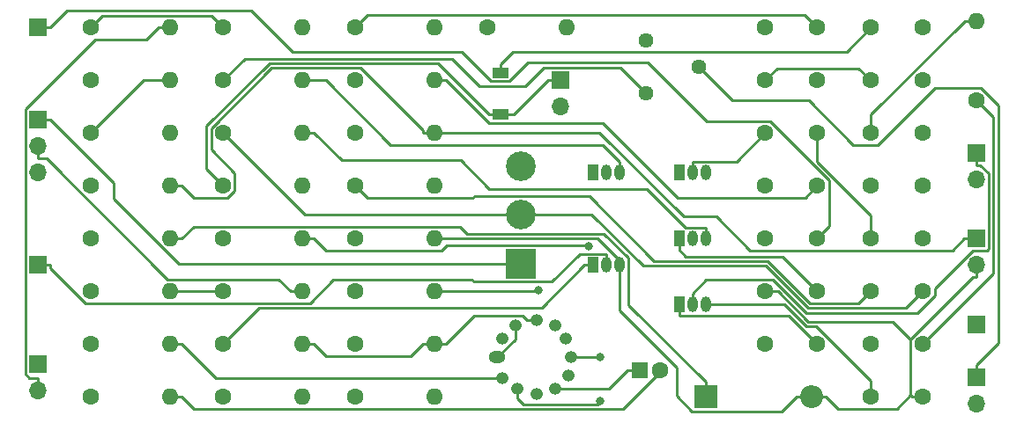
<source format=gbr>
G04 #@! TF.GenerationSoftware,KiCad,Pcbnew,(5.1.5)-3*
G04 #@! TF.CreationDate,2020-01-27T19:36:50-05:00*
G04 #@! TF.ProjectId,output,6f757470-7574-42e6-9b69-6361645f7063,v01*
G04 #@! TF.SameCoordinates,Original*
G04 #@! TF.FileFunction,Copper,L1,Top*
G04 #@! TF.FilePolarity,Positive*
%FSLAX46Y46*%
G04 Gerber Fmt 4.6, Leading zero omitted, Abs format (unit mm)*
G04 Created by KiCad (PCBNEW (5.1.5)-3) date 2020-01-27 19:36:50*
%MOMM*%
%LPD*%
G04 APERTURE LIST*
%ADD10C,1.600000*%
%ADD11R,1.500000X1.000000*%
%ADD12R,1.600000X1.600000*%
%ADD13R,1.700000X1.700000*%
%ADD14O,1.700000X1.700000*%
%ADD15R,2.200000X2.200000*%
%ADD16O,2.200000X2.200000*%
%ADD17O,1.600000X1.600000*%
%ADD18R,1.000000X1.500000*%
%ADD19O,1.000000X1.500000*%
%ADD20C,1.440000*%
%ADD21R,2.850000X2.850000*%
%ADD22C,2.850000*%
%ADD23O,1.600000X1.200000*%
%ADD24O,1.200000X1.200000*%
%ADD25C,0.800000*%
%ADD26C,0.250000*%
G04 APERTURE END LIST*
D10*
X114855000Y-140335000D03*
X109855000Y-140335000D03*
X109855000Y-125095000D03*
X114855000Y-125095000D03*
X125015000Y-130175000D03*
X120015000Y-130175000D03*
X109855000Y-130175000D03*
X114855000Y-130175000D03*
D11*
X84455000Y-128365000D03*
X84455000Y-124365000D03*
D10*
X125015000Y-150495000D03*
X120015000Y-150495000D03*
X120015000Y-120015000D03*
X125015000Y-120015000D03*
X109855000Y-145415000D03*
X114855000Y-145415000D03*
X125015000Y-145415000D03*
X120015000Y-145415000D03*
X120015000Y-140335000D03*
X125015000Y-140335000D03*
X120015000Y-155575000D03*
X125015000Y-155575000D03*
X125015000Y-125095000D03*
X120015000Y-125095000D03*
X120015000Y-135255000D03*
X125015000Y-135255000D03*
X114855000Y-135255000D03*
X109855000Y-135255000D03*
X109855000Y-120015000D03*
X114855000Y-120015000D03*
X114855000Y-150495000D03*
X109855000Y-150495000D03*
D12*
X97790000Y-153035000D03*
D10*
X99790000Y-153035000D03*
D13*
X90170000Y-125095000D03*
D14*
X90170000Y-127635000D03*
D15*
X104140000Y-155575000D03*
D16*
X114300000Y-155575000D03*
D13*
X40005000Y-128905000D03*
D14*
X40005000Y-131445000D03*
X40005000Y-133985000D03*
D13*
X40005000Y-142875000D03*
X40005000Y-120015000D03*
D14*
X130175000Y-156210000D03*
D13*
X130175000Y-153670000D03*
X40005000Y-152400000D03*
D14*
X40005000Y-154940000D03*
D13*
X130175000Y-148590000D03*
D14*
X130175000Y-142875000D03*
D13*
X130175000Y-140335000D03*
D17*
X130175000Y-119380000D03*
D10*
X130175000Y-127000000D03*
D13*
X130175000Y-132080000D03*
D14*
X130175000Y-134620000D03*
D18*
X101600000Y-133985000D03*
D19*
X104140000Y-133985000D03*
X102870000Y-133985000D03*
D18*
X93345000Y-133985000D03*
D19*
X95885000Y-133985000D03*
X94615000Y-133985000D03*
X102870000Y-140335000D03*
X104140000Y-140335000D03*
D18*
X101600000Y-140335000D03*
D19*
X94615000Y-142875000D03*
X95885000Y-142875000D03*
D18*
X93345000Y-142875000D03*
D19*
X102870000Y-146685000D03*
X104140000Y-146685000D03*
D18*
X101600000Y-146685000D03*
D10*
X83185000Y-120015000D03*
D17*
X90805000Y-120015000D03*
X65405000Y-135255000D03*
D10*
X57785000Y-135255000D03*
X70485000Y-155575000D03*
D17*
X78105000Y-155575000D03*
X65405000Y-140335000D03*
D10*
X57785000Y-140335000D03*
D17*
X78105000Y-150495000D03*
D10*
X70485000Y-150495000D03*
X70485000Y-145415000D03*
D17*
X78105000Y-145415000D03*
D10*
X70485000Y-140335000D03*
D17*
X78105000Y-140335000D03*
X65405000Y-150495000D03*
D10*
X57785000Y-150495000D03*
D17*
X65405000Y-130175000D03*
D10*
X57785000Y-130175000D03*
X57785000Y-155575000D03*
D17*
X65405000Y-155575000D03*
X65405000Y-125095000D03*
D10*
X57785000Y-125095000D03*
D17*
X78105000Y-135255000D03*
D10*
X70485000Y-135255000D03*
D20*
X98425000Y-121285000D03*
X103505000Y-123825000D03*
X98425000Y-126365000D03*
D10*
X45085000Y-120015000D03*
D17*
X52705000Y-120015000D03*
D10*
X57785000Y-120015000D03*
D17*
X65405000Y-120015000D03*
D10*
X45085000Y-140335000D03*
D17*
X52705000Y-140335000D03*
X65405000Y-145415000D03*
D10*
X57785000Y-145415000D03*
X45085000Y-145415000D03*
D17*
X52705000Y-145415000D03*
X52705000Y-125095000D03*
D10*
X45085000Y-125095000D03*
D17*
X78105000Y-120015000D03*
D10*
X70485000Y-120015000D03*
D17*
X52705000Y-130175000D03*
D10*
X45085000Y-130175000D03*
X45085000Y-150495000D03*
D17*
X52705000Y-150495000D03*
D10*
X70485000Y-125095000D03*
D17*
X78105000Y-125095000D03*
X52705000Y-155575000D03*
D10*
X45085000Y-155575000D03*
X70485000Y-130175000D03*
D17*
X78105000Y-130175000D03*
D10*
X45085000Y-135255000D03*
D17*
X52705000Y-135255000D03*
D21*
X86360000Y-142750000D03*
D22*
X86360000Y-138050000D03*
X86360000Y-133350000D03*
D23*
X84074000Y-151765000D03*
D24*
X87884000Y-155321000D03*
X91186000Y-151765000D03*
X87884000Y-148209000D03*
X85852000Y-148717000D03*
X84582000Y-149987000D03*
X84582000Y-153797000D03*
X86090000Y-154813000D03*
X89662000Y-154813000D03*
X90932000Y-153543000D03*
X90678000Y-149987000D03*
X89662000Y-148717000D03*
D25*
X94044500Y-155986000D03*
X94000200Y-151765000D03*
X88102800Y-145295600D03*
X92932400Y-141062900D03*
D26*
X123820200Y-150037800D02*
X122148600Y-148366200D01*
X122148600Y-148366200D02*
X114041100Y-148366200D01*
X114041100Y-148366200D02*
X111089900Y-145415000D01*
X111089900Y-145415000D02*
X109855000Y-145415000D01*
X123820200Y-150037800D02*
X129807700Y-144050300D01*
X129807700Y-144050300D02*
X130175000Y-144050300D01*
X123820200Y-155426700D02*
X123820200Y-150037800D01*
X125015000Y-155575000D02*
X123968500Y-155575000D01*
X123968500Y-155575000D02*
X123820200Y-155426700D01*
X115725300Y-155575000D02*
X116884000Y-156733700D01*
X116884000Y-156733700D02*
X122513200Y-156733700D01*
X122513200Y-156733700D02*
X123820200Y-155426700D01*
X130175000Y-142875000D02*
X130175000Y-144050300D01*
X79230300Y-140335000D02*
X93797200Y-140335000D01*
X93797200Y-140335000D02*
X95885000Y-142422800D01*
X95885000Y-142422800D02*
X95885000Y-142875000D01*
X78105000Y-140335000D02*
X79230300Y-140335000D01*
X114300000Y-155575000D02*
X112874700Y-155575000D01*
X95885000Y-142875000D02*
X95885000Y-147260300D01*
X95885000Y-147260300D02*
X101353800Y-152729100D01*
X101353800Y-152729100D02*
X101353800Y-155505600D01*
X101353800Y-155505600D02*
X102848500Y-157000300D01*
X102848500Y-157000300D02*
X111449400Y-157000300D01*
X111449400Y-157000300D02*
X112874700Y-155575000D01*
X45085000Y-130175000D02*
X50165000Y-125095000D01*
X50165000Y-125095000D02*
X52705000Y-125095000D01*
X114300000Y-155575000D02*
X115725300Y-155575000D01*
X120015000Y-125095000D02*
X118857800Y-123937800D01*
X118857800Y-123937800D02*
X111012200Y-123937800D01*
X111012200Y-123937800D02*
X109855000Y-125095000D01*
X40005000Y-131445000D02*
X40005000Y-132620300D01*
X65405000Y-145415000D02*
X64279700Y-145415000D01*
X64279700Y-145415000D02*
X63154400Y-144289700D01*
X63154400Y-144289700D02*
X52477000Y-144289700D01*
X52477000Y-144289700D02*
X40807600Y-132620300D01*
X40807600Y-132620300D02*
X40005000Y-132620300D01*
X78105000Y-150495000D02*
X79230300Y-150495000D01*
X87884000Y-148209000D02*
X86958700Y-148209000D01*
X86958700Y-148209000D02*
X86541300Y-147791600D01*
X86541300Y-147791600D02*
X81933700Y-147791600D01*
X81933700Y-147791600D02*
X79230300Y-150495000D01*
X65405000Y-150495000D02*
X66530300Y-150495000D01*
X78105000Y-150495000D02*
X76979700Y-150495000D01*
X76979700Y-150495000D02*
X75854400Y-151620300D01*
X75854400Y-151620300D02*
X67655600Y-151620300D01*
X67655600Y-151620300D02*
X66530300Y-150495000D01*
X86360000Y-142750000D02*
X53522100Y-142750000D01*
X53522100Y-142750000D02*
X47289100Y-136517000D01*
X47289100Y-136517000D02*
X47289100Y-135013800D01*
X47289100Y-135013800D02*
X41180300Y-128905000D01*
X40005000Y-128905000D02*
X41180300Y-128905000D01*
X120015000Y-140335000D02*
X120015000Y-138079700D01*
X120015000Y-138079700D02*
X114855000Y-132919700D01*
X114855000Y-132919700D02*
X114855000Y-130175000D01*
X40005000Y-154940000D02*
X40005000Y-153764700D01*
X52705000Y-120015000D02*
X51579700Y-120015000D01*
X51579700Y-120015000D02*
X50454400Y-121140300D01*
X50454400Y-121140300D02*
X45547100Y-121140300D01*
X45547100Y-121140300D02*
X38829400Y-127858000D01*
X38829400Y-127858000D02*
X38829400Y-153397100D01*
X38829400Y-153397100D02*
X39197000Y-153764700D01*
X39197000Y-153764700D02*
X40005000Y-153764700D01*
X57785000Y-135255000D02*
X56190000Y-133660000D01*
X56190000Y-133660000D02*
X56190000Y-129514400D01*
X56190000Y-129514400D02*
X62251300Y-123453100D01*
X62251300Y-123453100D02*
X78467800Y-123453100D01*
X78467800Y-123453100D02*
X83379700Y-128365000D01*
X84455000Y-128365000D02*
X83379700Y-128365000D01*
X90170000Y-125095000D02*
X88994700Y-125095000D01*
X88994700Y-125095000D02*
X85724700Y-128365000D01*
X85724700Y-128365000D02*
X84455000Y-128365000D01*
X40005000Y-120015000D02*
X41180300Y-120015000D01*
X41180300Y-120015000D02*
X42780100Y-118415200D01*
X42780100Y-118415200D02*
X60475700Y-118415200D01*
X60475700Y-118415200D02*
X64445100Y-122384600D01*
X64445100Y-122384600D02*
X80686300Y-122384600D01*
X80686300Y-122384600D02*
X83492000Y-125190300D01*
X83492000Y-125190300D02*
X85339800Y-125190300D01*
X85339800Y-125190300D02*
X87106800Y-123423300D01*
X87106800Y-123423300D02*
X98603300Y-123423300D01*
X98603300Y-123423300D02*
X104223200Y-129043200D01*
X104223200Y-129043200D02*
X110341600Y-129043200D01*
X110341600Y-129043200D02*
X116021800Y-134723400D01*
X116021800Y-134723400D02*
X116021800Y-139168200D01*
X116021800Y-139168200D02*
X114855000Y-140335000D01*
X102870000Y-133985000D02*
X102870000Y-132909700D01*
X102870000Y-132909700D02*
X107120300Y-132909700D01*
X107120300Y-132909700D02*
X109855000Y-130175000D01*
X130175000Y-127000000D02*
X131809700Y-128634700D01*
X131809700Y-128634700D02*
X131809700Y-143700300D01*
X131809700Y-143700300D02*
X125015000Y-150495000D01*
X84455000Y-124365000D02*
X84455000Y-123539700D01*
X120015000Y-120015000D02*
X117699600Y-122330400D01*
X117699600Y-122330400D02*
X85664300Y-122330400D01*
X85664300Y-122330400D02*
X84455000Y-123539700D01*
X125015000Y-145415000D02*
X123395900Y-147034100D01*
X123395900Y-147034100D02*
X113982800Y-147034100D01*
X113982800Y-147034100D02*
X109930000Y-142981300D01*
X109930000Y-142981300D02*
X98136500Y-142981300D01*
X98136500Y-142981300D02*
X93205200Y-138050000D01*
X93205200Y-138050000D02*
X86360000Y-138050000D01*
X57785000Y-130175000D02*
X65660000Y-138050000D01*
X65660000Y-138050000D02*
X86360000Y-138050000D01*
X101600000Y-141410300D02*
X102270400Y-142080700D01*
X102270400Y-142080700D02*
X111520700Y-142080700D01*
X111520700Y-142080700D02*
X114855000Y-145415000D01*
X101600000Y-140335000D02*
X101600000Y-141410300D01*
X120015000Y-145415000D02*
X118856200Y-146573800D01*
X118856200Y-146573800D02*
X114159400Y-146573800D01*
X114159400Y-146573800D02*
X110116600Y-142531000D01*
X110116600Y-142531000D02*
X99215600Y-142531000D01*
X99215600Y-142531000D02*
X92968800Y-136284200D01*
X92968800Y-136284200D02*
X81933600Y-136284200D01*
X81933600Y-136284200D02*
X81785400Y-136432400D01*
X81785400Y-136432400D02*
X71662400Y-136432400D01*
X71662400Y-136432400D02*
X70485000Y-135255000D01*
X53830300Y-140335000D02*
X54955600Y-139209700D01*
X54955600Y-139209700D02*
X80536500Y-139209700D01*
X80536500Y-139209700D02*
X81202600Y-139875800D01*
X81202600Y-139875800D02*
X94371700Y-139875800D01*
X94371700Y-139875800D02*
X96710400Y-142214500D01*
X96710400Y-142214500D02*
X96710400Y-146720100D01*
X96710400Y-146720100D02*
X104140000Y-154149700D01*
X104140000Y-155575000D02*
X104140000Y-154149700D01*
X52705000Y-140335000D02*
X53830300Y-140335000D01*
X104140000Y-146685000D02*
X111682000Y-146685000D01*
X111682000Y-146685000D02*
X113813600Y-148816600D01*
X113813600Y-148816600D02*
X114775500Y-148816600D01*
X114775500Y-148816600D02*
X120015000Y-154056100D01*
X120015000Y-154056100D02*
X120015000Y-155575000D01*
X114855000Y-120015000D02*
X113670700Y-118830700D01*
X113670700Y-118830700D02*
X71669300Y-118830700D01*
X71669300Y-118830700D02*
X70485000Y-120015000D01*
X130175000Y-133255300D02*
X130542400Y-133255300D01*
X130542400Y-133255300D02*
X131350300Y-134063200D01*
X131350300Y-134063200D02*
X131350300Y-141319800D01*
X131350300Y-141319800D02*
X131159700Y-141510400D01*
X131159700Y-141510400D02*
X129847900Y-141510400D01*
X129847900Y-141510400D02*
X126188800Y-145169500D01*
X126188800Y-145169500D02*
X126188800Y-145845000D01*
X126188800Y-145845000D02*
X124516000Y-147517800D01*
X124516000Y-147517800D02*
X113829600Y-147517800D01*
X113829600Y-147517800D02*
X110589300Y-144277500D01*
X110589300Y-144277500D02*
X104202200Y-144277500D01*
X104202200Y-144277500D02*
X102870000Y-145609700D01*
X102870000Y-146685000D02*
X102870000Y-145609700D01*
X130175000Y-132080000D02*
X130175000Y-133255300D01*
X57785000Y-145415000D02*
X52705000Y-145415000D01*
X86090000Y-155738300D02*
X86644300Y-156292600D01*
X86644300Y-156292600D02*
X93737900Y-156292600D01*
X93737900Y-156292600D02*
X94044500Y-155986000D01*
X86090000Y-154813000D02*
X86090000Y-155738300D01*
X78105000Y-125095000D02*
X79230300Y-125095000D01*
X79230300Y-125095000D02*
X83325700Y-129190400D01*
X83325700Y-129190400D02*
X94310200Y-129190400D01*
X94310200Y-129190400D02*
X101508900Y-136389100D01*
X101508900Y-136389100D02*
X113720900Y-136389100D01*
X113720900Y-136389100D02*
X114855000Y-135255000D01*
X92111300Y-151765000D02*
X94000200Y-151765000D01*
X91186000Y-151765000D02*
X92111300Y-151765000D01*
X52705000Y-155575000D02*
X53830300Y-155575000D01*
X53830300Y-155575000D02*
X54998300Y-156743000D01*
X54998300Y-156743000D02*
X96200500Y-156743000D01*
X96200500Y-156743000D02*
X99790000Y-153153500D01*
X99790000Y-153153500D02*
X99790000Y-153035000D01*
X101600000Y-147760300D02*
X112120300Y-147760300D01*
X112120300Y-147760300D02*
X114855000Y-150495000D01*
X101600000Y-146685000D02*
X101600000Y-147760300D01*
X96664700Y-153035000D02*
X94886700Y-154813000D01*
X94886700Y-154813000D02*
X90587300Y-154813000D01*
X89662000Y-154813000D02*
X90587300Y-154813000D01*
X97790000Y-153035000D02*
X96664700Y-153035000D01*
X40005000Y-142875000D02*
X41180300Y-142875000D01*
X94615000Y-142875000D02*
X94615000Y-141799700D01*
X94615000Y-141799700D02*
X92043900Y-141799700D01*
X92043900Y-141799700D02*
X89343200Y-144500400D01*
X89343200Y-144500400D02*
X81897200Y-144500400D01*
X81897200Y-144500400D02*
X81668500Y-144271700D01*
X81668500Y-144271700D02*
X68397000Y-144271700D01*
X68397000Y-144271700D02*
X66123000Y-146545700D01*
X66123000Y-146545700D02*
X44557200Y-146545700D01*
X44557200Y-146545700D02*
X41180300Y-143168800D01*
X41180300Y-143168800D02*
X41180300Y-142875000D01*
X53830300Y-135255000D02*
X54998400Y-136423100D01*
X54998400Y-136423100D02*
X58228300Y-136423100D01*
X58228300Y-136423100D02*
X58916900Y-135734500D01*
X58916900Y-135734500D02*
X58916900Y-134025000D01*
X58916900Y-134025000D02*
X56654500Y-131762600D01*
X56654500Y-131762600D02*
X56654500Y-129703000D01*
X56654500Y-129703000D02*
X62434200Y-123923300D01*
X62434200Y-123923300D02*
X71009300Y-123923300D01*
X71009300Y-123923300D02*
X76979700Y-129893700D01*
X76979700Y-129893700D02*
X76979700Y-130175000D01*
X130175000Y-140335000D02*
X128999700Y-140335000D01*
X78105000Y-130175000D02*
X93976300Y-130175000D01*
X93976300Y-130175000D02*
X102026600Y-138225300D01*
X102026600Y-138225300D02*
X105176000Y-138225300D01*
X105176000Y-138225300D02*
X108411100Y-141460400D01*
X108411100Y-141460400D02*
X127874300Y-141460400D01*
X127874300Y-141460400D02*
X128999700Y-140335000D01*
X77542400Y-130175000D02*
X78105000Y-130175000D01*
X77542400Y-130175000D02*
X76979700Y-130175000D01*
X52705000Y-135255000D02*
X53830300Y-135255000D01*
X93345000Y-142875000D02*
X92519700Y-142875000D01*
X92519700Y-142875000D02*
X88398600Y-146996100D01*
X88398600Y-146996100D02*
X61283900Y-146996100D01*
X61283900Y-146996100D02*
X57785000Y-150495000D01*
X66530300Y-125095000D02*
X67646500Y-125095000D01*
X67646500Y-125095000D02*
X73891400Y-131339900D01*
X73891400Y-131339900D02*
X94315200Y-131339900D01*
X94315200Y-131339900D02*
X95885000Y-132909700D01*
X65405000Y-125095000D02*
X66530300Y-125095000D01*
X95885000Y-133985000D02*
X95885000Y-132909700D01*
X98425000Y-126365000D02*
X95979600Y-123919600D01*
X95979600Y-123919600D02*
X88615600Y-123919600D01*
X88615600Y-123919600D02*
X86863100Y-125672100D01*
X86863100Y-125672100D02*
X82461600Y-125672100D01*
X82461600Y-125672100D02*
X79792200Y-123002700D01*
X79792200Y-123002700D02*
X59877300Y-123002700D01*
X59877300Y-123002700D02*
X57785000Y-125095000D01*
X85852000Y-148717000D02*
X85852000Y-150025900D01*
X85852000Y-150025900D02*
X84112900Y-151765000D01*
X84112900Y-151765000D02*
X84074000Y-151765000D01*
X52705000Y-150495000D02*
X53830300Y-150495000D01*
X84582000Y-153797000D02*
X57132300Y-153797000D01*
X57132300Y-153797000D02*
X53830300Y-150495000D01*
X78105000Y-145415000D02*
X87983400Y-145415000D01*
X87983400Y-145415000D02*
X88102800Y-145295600D01*
X130175000Y-119380000D02*
X129049700Y-119380000D01*
X129049700Y-119380000D02*
X120015000Y-128414700D01*
X120015000Y-128414700D02*
X120015000Y-130175000D01*
X130175000Y-152494700D02*
X132285300Y-150384400D01*
X132285300Y-150384400D02*
X132285300Y-127517800D01*
X132285300Y-127517800D02*
X130630100Y-125862600D01*
X130630100Y-125862600D02*
X126152400Y-125862600D01*
X126152400Y-125862600D02*
X120707800Y-131307200D01*
X120707800Y-131307200D02*
X118346200Y-131307200D01*
X118346200Y-131307200D02*
X114076700Y-127037700D01*
X114076700Y-127037700D02*
X106717700Y-127037700D01*
X106717700Y-127037700D02*
X103505000Y-123825000D01*
X45085000Y-120015000D02*
X46211100Y-118888900D01*
X46211100Y-118888900D02*
X56658900Y-118888900D01*
X56658900Y-118888900D02*
X57785000Y-120015000D01*
X130175000Y-153670000D02*
X130175000Y-152494700D01*
X65405000Y-140335000D02*
X66530300Y-140335000D01*
X92932400Y-141062900D02*
X92869100Y-140999600D01*
X92869100Y-140999600D02*
X79257400Y-140999600D01*
X79257400Y-140999600D02*
X78796700Y-141460300D01*
X78796700Y-141460300D02*
X67655600Y-141460300D01*
X67655600Y-141460300D02*
X66530300Y-140335000D01*
X66530300Y-130175000D02*
X69178000Y-132822700D01*
X69178000Y-132822700D02*
X80623900Y-132822700D01*
X80623900Y-132822700D02*
X83365700Y-135564500D01*
X83365700Y-135564500D02*
X98497800Y-135564500D01*
X98497800Y-135564500D02*
X102193000Y-139259700D01*
X102193000Y-139259700D02*
X104140000Y-139259700D01*
X65405000Y-130175000D02*
X66530300Y-130175000D01*
X104140000Y-140335000D02*
X104140000Y-139259700D01*
M02*

</source>
